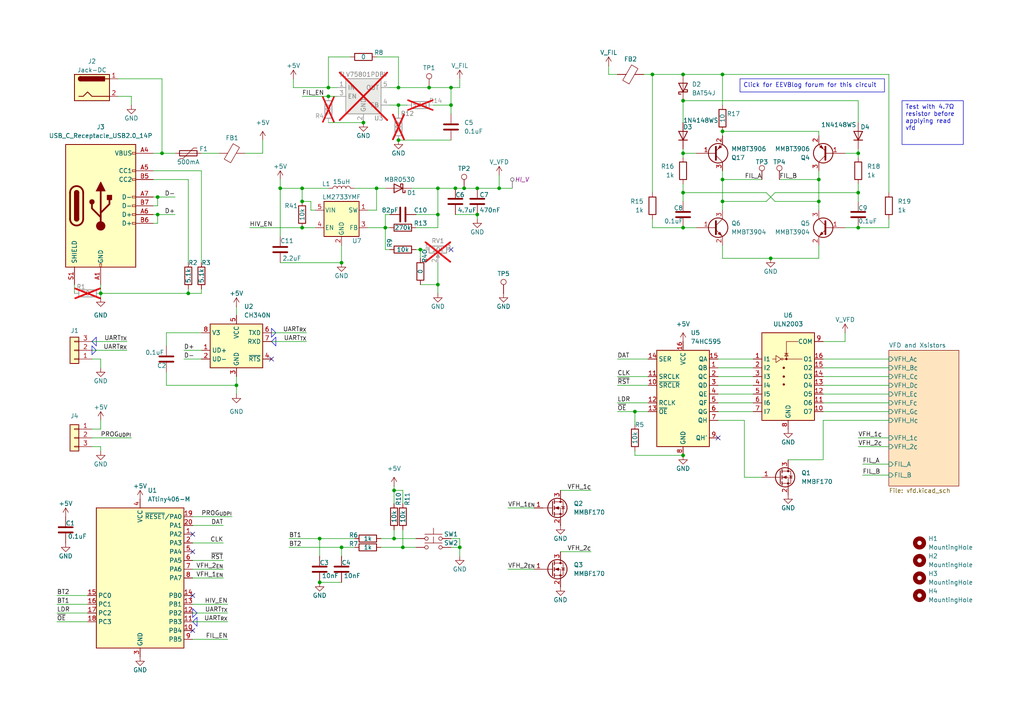
<source format=kicad_sch>
(kicad_sch (version 20231120) (generator "eeschema") (generator_version "8.0")
  (paper "A4")
  (title_block (title "IV-8 2x Driver") (date "2024-11-30") (rev "A") (comment 1 "Jamal Bouajjaj"))
  (junction (at 109.22 54.61))
  (junction (at 209.55 58.42))
  (junction (at 95.25 27.94))
  (junction (at 198.12 29.21))
  (junction (at 237.49 52.07))
  (junction (at 115.57 30.48))
  (junction (at 46.99 44.45))
  (junction (at 115.57 25.4))
  (junction (at 92.71 168.91))
  (junction (at 198.12 66.04))
  (junction (at 87.63 66.04))
  (junction (at 138.43 62.23))
  (junction (at 81.28 54.61))
  (junction (at 114.3 142.24))
  (junction (at 209.55 52.07))
  (junction (at 198.12 21.59))
  (junction (at 45.72 62.23))
  (junction (at 184.15 119.38))
  (junction (at 198.12 55.88))
  (junction (at 54.61 85.09))
  (junction (at 124.46 25.4))
  (junction (at 133.35 158.75))
  (junction (at 95.25 25.4))
  (junction (at 105.41 35.56))
  (junction (at 87.63 54.61))
  (junction (at 248.92 66.04))
  (junction (at 130.81 25.4))
  (junction (at 223.52 74.93))
  (junction (at 68.58 111.76))
  (junction (at 144.78 54.61))
  (junction (at 114.3 156.21))
  (junction (at 198.12 132.08))
  (junction (at 248.92 44.45))
  (junction (at 132.08 54.61))
  (junction (at 121.92 72.39))
  (junction (at 99.06 158.75))
  (junction (at 87.63 58.42))
  (junction (at 92.71 156.21))
  (junction (at 127 62.23))
  (junction (at 29.21 85.09))
  (junction (at 209.55 21.59))
  (junction (at 127 54.61))
  (junction (at 130.81 30.48))
  (junction (at 116.84 158.75))
  (junction (at 237.49 58.42))
  (junction (at 138.43 54.61))
  (junction (at 111.76 66.04))
  (junction (at 189.23 21.59))
  (junction (at 115.57 40.64))
  (junction (at 134.62 54.61))
  (junction (at 45.72 57.15))
  (junction (at 127 82.55))
  (junction (at 248.92 55.88))
  (junction (at 198.12 44.45))
  (junction (at 99.06 76.2))
  (junction (at 209.55 38.1))
  (no_connect (at 130.81 72.39))
  (no_connect (at 55.88 160.02))
  (no_connect (at 78.74 104.14))
  (no_connect (at 208.28 127))
  (no_connect (at 55.88 182.88))
  (no_connect (at 55.88 172.72))
  (no_connect (at 55.88 154.94))
  (wire (pts (xy 127 82.55) (xy 127 85.09)))
  (wire (pts (xy 215.9 121.92) (xy 215.9 138.43)))
  (wire (pts (xy 208.28 109.22) (xy 218.44 109.22)))
  (wire (pts (xy 95.25 25.4) (xy 97.79 25.4)))
  (wire (pts (xy 130.81 25.4) (xy 133.35 25.4)))
  (wire (pts (xy 83.82 156.21) (xy 92.71 156.21)))
  (wire (pts (xy 29.21 130.81) (xy 29.21 129.54)))
  (wire (pts (xy 29.21 85.09) (xy 54.61 85.09)))
  (wire (pts (xy 64.77 167.64) (xy 55.88 167.64)))
  (wire (pts (xy 238.76 106.68) (xy 257.81 106.68)))
  (polyline (pts (xy 26.67 99.06) (xy 27.94 100.33)))
  (wire (pts (xy 54.61 85.09) (xy 54.61 83.82)))
  (polyline (pts (xy 26.67 102.87) (xy 27.94 101.6)))
  (wire (pts (xy 237.49 58.42) (xy 224.79 58.42)))
  (wire (pts (xy 238.76 121.92) (xy 238.76 133.35)))
  (wire (pts (xy 90.17 58.42) (xy 90.17 60.96)))
  (wire (pts (xy 179.07 104.14) (xy 187.96 104.14)))
  (wire (pts (xy 130.81 158.75) (xy 133.35 158.75)))
  (wire (pts (xy 250.19 137.795) (xy 257.81 137.795)))
  (wire (pts (xy 130.81 30.48) (xy 130.81 25.4)))
  (wire (pts (xy 78.74 96.52) (xy 88.9 96.52)))
  (wire (pts (xy 209.55 52.07) (xy 209.55 58.42)))
  (polyline (pts (xy 27.94 97.79) (xy 27.94 100.33)))
  (wire (pts (xy 238.76 133.35) (xy 228.6 133.35)))
  (wire (pts (xy 238.76 116.84) (xy 257.81 116.84)))
  (wire (pts (xy 66.04 180.34) (xy 55.88 180.34)))
  (wire (pts (xy 111.76 66.04) (xy 111.76 72.39)))
  (wire (pts (xy 198.12 55.88) (xy 222.25 55.88)))
  (wire (pts (xy 189.23 66.04) (xy 198.12 66.04)))
  (wire (pts (xy 127 66.04) (xy 120.65 66.04)))
  (wire (pts (xy 144.78 54.61) (xy 148.59 54.61)))
  (wire (pts (xy 64.77 152.4) (xy 55.88 152.4)))
  (wire (pts (xy 134.62 54.61) (xy 138.43 54.61)))
  (wire (pts (xy 106.68 66.04) (xy 111.76 66.04)))
  (wire (pts (xy 114.3 153.67) (xy 114.3 156.21)))
  (wire (pts (xy 179.07 116.84) (xy 187.96 116.84)))
  (polyline (pts (xy 78.74 95.25) (xy 80.01 96.52)))
  (wire (pts (xy 87.63 54.61) (xy 87.63 58.42)))
  (wire (pts (xy 113.03 62.23) (xy 111.76 62.23)))
  (wire (pts (xy 21.59 82.55) (xy 21.59 85.09)))
  (wire (pts (xy 257.81 121.92) (xy 238.76 121.92)))
  (wire (pts (xy 147.32 165.1) (xy 154.94 165.1)))
  (polyline (pts (xy 80.01 97.79) (xy 80.01 100.33)))
  (wire (pts (xy 113.03 25.4) (xy 115.57 25.4)))
  (wire (pts (xy 250.19 134.62) (xy 257.81 134.62)))
  (wire (pts (xy 119.38 54.61) (xy 127 54.61)))
  (wire (pts (xy 198.12 66.04) (xy 201.93 66.04)))
  (wire (pts (xy 29.21 106.68) (xy 29.21 104.14)))
  (wire (pts (xy 83.82 158.75) (xy 99.06 158.75)))
  (wire (pts (xy 189.23 21.59) (xy 198.12 21.59)))
  (wire (pts (xy 245.11 44.45) (xy 248.92 44.45)))
  (wire (pts (xy 64.77 165.1) (xy 55.88 165.1)))
  (wire (pts (xy 44.45 59.69) (xy 45.72 59.69)))
  (wire (pts (xy 237.49 74.93) (xy 237.49 71.12)))
  (wire (pts (xy 58.42 85.09) (xy 58.42 83.82)))
  (wire (pts (xy 209.55 21.59) (xy 257.81 21.59)))
  (polyline (pts (xy 55.88 176.53) (xy 55.88 179.07)))
  (wire (pts (xy 16.51 172.72) (xy 25.4 172.72)))
  (wire (pts (xy 238.76 104.14) (xy 257.81 104.14)))
  (wire (pts (xy 81.28 76.2) (xy 99.06 76.2)))
  (wire (pts (xy 224.79 55.88) (xy 248.92 55.88)))
  (wire (pts (xy 45.72 64.77) (xy 45.72 62.23)))
  (wire (pts (xy 99.06 158.75) (xy 99.06 161.29)))
  (wire (pts (xy 16.51 180.34) (xy 25.4 180.34)))
  (wire (pts (xy 201.93 44.45) (xy 198.12 44.45)))
  (wire (pts (xy 133.35 156.21) (xy 130.81 156.21)))
  (wire (pts (xy 133.35 158.75) (xy 133.35 156.21)))
  (wire (pts (xy 110.49 158.75) (xy 116.84 158.75)))
  (polyline (pts (xy 57.15 177.8) (xy 55.88 176.53)))
  (wire (pts (xy 99.06 158.75) (xy 102.87 158.75)))
  (wire (pts (xy 125.73 30.48) (xy 130.81 30.48)))
  (wire (pts (xy 237.49 52.07) (xy 237.49 58.42)))
  (wire (pts (xy 92.71 168.91) (xy 99.06 168.91)))
  (wire (pts (xy 208.28 116.84) (xy 218.44 116.84)))
  (wire (pts (xy 109.22 16.51) (xy 115.57 16.51)))
  (wire (pts (xy 53.34 101.6) (xy 58.42 101.6)))
  (wire (pts (xy 248.92 44.45) (xy 248.92 45.72)))
  (wire (pts (xy 238.76 111.76) (xy 257.81 111.76)))
  (wire (pts (xy 29.21 129.54) (xy 26.67 129.54)))
  (wire (pts (xy 176.53 19.05) (xy 176.53 21.59)))
  (wire (pts (xy 92.71 156.21) (xy 92.71 161.29)))
  (wire (pts (xy 127 62.23) (xy 127 66.04)))
  (wire (pts (xy 25.4 177.8) (xy 16.51 177.8)))
  (polyline (pts (xy 57.15 179.07) (xy 55.88 180.34)))
  (wire (pts (xy 101.6 16.51) (xy 95.25 16.51)))
  (wire (pts (xy 186.69 21.59) (xy 189.23 21.59)))
  (wire (pts (xy 116.84 158.75) (xy 120.65 158.75)))
  (wire (pts (xy 45.72 57.15) (xy 50.8 57.15)))
  (wire (pts (xy 127 54.61) (xy 132.08 54.61)))
  (wire (pts (xy 223.52 74.93) (xy 209.55 74.93)))
  (wire (pts (xy 90.17 60.96) (xy 91.44 60.96)))
  (wire (pts (xy 198.12 29.21) (xy 248.92 29.21)))
  (wire (pts (xy 58.42 44.45) (xy 63.5 44.45)))
  (wire (pts (xy 121.92 72.39) (xy 123.19 72.39)))
  (wire (pts (xy 95.25 27.94) (xy 97.79 27.94)))
  (wire (pts (xy 209.55 58.42) (xy 209.55 60.96)))
  (wire (pts (xy 171.45 160.02) (xy 162.56 160.02)))
  (polyline (pts (xy 57.15 179.07) (xy 57.15 181.61)))
  (wire (pts (xy 68.58 109.22) (xy 68.58 111.76)))
  (wire (pts (xy 111.76 62.23) (xy 111.76 66.04)))
  (wire (pts (xy 237.49 39.37) (xy 237.49 38.1)))
  (wire (pts (xy 115.57 40.64) (xy 130.81 40.64)))
  (wire (pts (xy 111.76 54.61) (xy 109.22 54.61)))
  (wire (pts (xy 54.61 52.07) (xy 54.61 76.2)))
  (wire (pts (xy 198.12 43.18) (xy 198.12 44.45)))
  (wire (pts (xy 26.67 127) (xy 38.1 127)))
  (wire (pts (xy 113.03 72.39) (xy 111.76 72.39)))
  (wire (pts (xy 48.26 111.76) (xy 48.26 107.95)))
  (wire (pts (xy 132.08 62.23) (xy 138.43 62.23)))
  (wire (pts (xy 58.42 49.53) (xy 58.42 76.2)))
  (wire (pts (xy 99.06 71.12) (xy 99.06 76.2)))
  (wire (pts (xy 29.21 104.14) (xy 26.67 104.14)))
  (polyline (pts (xy 78.74 99.06) (xy 80.01 97.79)))
  (wire (pts (xy 248.92 127) (xy 257.81 127)))
  (wire (pts (xy 176.53 21.59) (xy 179.07 21.59)))
  (wire (pts (xy 223.52 74.93) (xy 237.49 74.93)))
  (wire (pts (xy 209.55 52.07) (xy 220.98 52.07)))
  (wire (pts (xy 44.45 62.23) (xy 45.72 62.23)))
  (wire (pts (xy 138.43 54.61) (xy 144.78 54.61)))
  (wire (pts (xy 116.84 153.67) (xy 116.84 158.75)))
  (wire (pts (xy 179.07 109.22) (xy 187.96 109.22)))
  (wire (pts (xy 114.3 142.24) (xy 114.3 146.05)))
  (wire (pts (xy 257.81 66.04) (xy 248.92 66.04)))
  (wire (pts (xy 92.71 156.21) (xy 102.87 156.21)))
  (wire (pts (xy 238.76 119.38) (xy 257.81 119.38)))
  (wire (pts (xy 78.74 99.06) (xy 88.9 99.06)))
  (wire (pts (xy 245.11 96.52) (xy 245.11 99.06)))
  (wire (pts (xy 95.25 35.56) (xy 105.41 35.56)))
  (wire (pts (xy 114.3 142.24) (xy 116.84 142.24)))
  (wire (pts (xy 87.63 54.61) (xy 95.25 54.61)))
  (wire (pts (xy 121.92 82.55) (xy 127 82.55)))
  (polyline (pts (xy 26.67 100.33) (xy 26.67 102.87)))
  (wire (pts (xy 48.26 96.52) (xy 58.42 96.52)))
  (wire (pts (xy 81.28 54.61) (xy 81.28 68.58)))
  (wire (pts (xy 46.99 44.45) (xy 50.8 44.45)))
  (wire (pts (xy 109.22 60.96) (xy 109.22 54.61)))
  (wire (pts (xy 209.55 58.42) (xy 222.25 58.42)))
  (wire (pts (xy 26.67 101.6) (xy 36.83 101.6)))
  (wire (pts (xy 38.1 30.48) (xy 38.1 27.94)))
  (wire (pts (xy 184.15 119.38) (xy 187.96 119.38)))
  (wire (pts (xy 53.34 104.14) (xy 58.42 104.14)))
  (wire (pts (xy 45.72 62.23) (xy 50.8 62.23)))
  (wire (pts (xy 198.12 29.21) (xy 198.12 35.56)))
  (wire (pts (xy 127 76.2) (xy 127 82.55)))
  (wire (pts (xy 184.15 130.81) (xy 184.15 132.08)))
  (wire (pts (xy 66.04 177.8) (xy 55.88 177.8)))
  (wire (pts (xy 44.45 57.15) (xy 45.72 57.15)))
  (wire (pts (xy 147.32 147.32) (xy 154.94 147.32)))
  (wire (pts (xy 115.57 16.51) (xy 115.57 25.4)))
  (wire (pts (xy 237.49 58.42) (xy 237.49 60.96)))
  (wire (pts (xy 26.67 99.06) (xy 36.83 99.06)))
  (wire (pts (xy 114.3 140.97) (xy 114.3 142.24)))
  (wire (pts (xy 208.28 106.68) (xy 218.44 106.68)))
  (wire (pts (xy 68.58 111.76) (xy 48.26 111.76)))
  (wire (pts (xy 87.63 27.94) (xy 95.25 27.94)))
  (wire (pts (xy 130.81 30.48) (xy 130.81 33.02)))
  (wire (pts (xy 68.58 88.9) (xy 68.58 91.44)))
  (wire (pts (xy 64.77 162.56) (xy 55.88 162.56)))
  (wire (pts (xy 224.79 58.42) (xy 222.25 55.88)))
  (wire (pts (xy 209.55 74.93) (xy 209.55 71.12)))
  (wire (pts (xy 208.28 121.92) (xy 215.9 121.92)))
  (wire (pts (xy 144.78 50.8) (xy 144.78 54.61)))
  (wire (pts (xy 68.58 114.3) (xy 68.58 111.76)))
  (polyline (pts (xy 78.74 95.25) (xy 78.74 97.79)))
  (wire (pts (xy 116.84 142.24) (xy 116.84 146.05)))
  (wire (pts (xy 29.21 85.09) (xy 29.21 86.36)))
  (wire (pts (xy 208.28 114.3) (xy 218.44 114.3)))
  (wire (pts (xy 45.72 57.15) (xy 45.72 59.69)))
  (wire (pts (xy 198.12 55.88) (xy 198.12 58.42)))
  (wire (pts (xy 115.57 25.4) (xy 124.46 25.4)))
  (wire (pts (xy 95.25 16.51) (xy 95.25 25.4)))
  (wire (pts (xy 48.26 100.33) (xy 48.26 96.52)))
  (wire (pts (xy 237.49 52.07) (xy 226.06 52.07)))
  (wire (pts (xy 34.29 22.86) (xy 46.99 22.86)))
  (wire (pts (xy 29.21 121.92) (xy 29.21 124.46)))
  (wire (pts (xy 179.07 119.38) (xy 184.15 119.38)))
  (wire (pts (xy 248.92 43.18) (xy 248.92 44.45)))
  (wire (pts (xy 133.35 22.86) (xy 133.35 25.4)))
  (wire (pts (xy 209.55 49.53) (xy 209.55 52.07)))
  (wire (pts (xy 209.55 21.59) (xy 209.55 30.48)))
  (wire (pts (xy 102.87 54.61) (xy 109.22 54.61)))
  (wire (pts (xy 120.65 62.23) (xy 127 62.23)))
  (wire (pts (xy 120.65 72.39) (xy 121.92 72.39)))
  (wire (pts (xy 238.76 114.3) (xy 257.81 114.3)))
  (wire (pts (xy 248.92 66.04) (xy 245.11 66.04)))
  (wire (pts (xy 198.12 44.45) (xy 198.12 45.72)))
  (polyline (pts (xy 26.67 99.06) (xy 27.94 97.79)))
  (wire (pts (xy 46.99 22.86) (xy 46.99 44.45)))
  (wire (pts (xy 85.09 22.86) (xy 85.09 25.4)))
  (wire (pts (xy 138.43 62.23) (xy 138.43 63.5)))
  (wire (pts (xy 238.76 109.22) (xy 257.81 109.22)))
  (wire (pts (xy 248.92 55.88) (xy 248.92 58.42)))
  (wire (pts (xy 215.9 138.43) (xy 220.98 138.43)))
  (wire (pts (xy 44.45 64.77) (xy 45.72 64.77)))
  (wire (pts (xy 114.3 156.21) (xy 120.65 156.21)))
  (wire (pts (xy 124.46 25.4) (xy 130.81 25.4)))
  (wire (pts (xy 76.2 40.64) (xy 76.2 44.45)))
  (wire (pts (xy 110.49 156.21) (xy 114.3 156.21)))
  (wire (pts (xy 87.63 66.04) (xy 91.44 66.04)))
  (wire (pts (xy 248.92 53.34) (xy 248.92 55.88)))
  (wire (pts (xy 257.81 21.59) (xy 257.81 55.88)))
  (wire (pts (xy 115.57 30.48) (xy 118.11 30.48)))
  (wire (pts (xy 29.21 124.46) (xy 26.67 124.46)))
  (wire (pts (xy 198.12 53.34) (xy 198.12 55.88)))
  (wire (pts (xy 132.08 54.61) (xy 134.62 54.61)))
  (wire (pts (xy 189.23 63.5) (xy 189.23 66.04)))
  (wire (pts (xy 66.04 175.26) (xy 55.88 175.26)))
  (wire (pts (xy 133.35 161.29) (xy 133.35 158.75)))
  (wire (pts (xy 54.61 85.09) (xy 58.42 85.09)))
  (wire (pts (xy 16.51 175.26) (xy 25.4 175.26)))
  (wire (pts (xy 38.1 27.94) (xy 34.29 27.94)))
  (wire (pts (xy 54.61 52.07) (xy 44.45 52.07)))
  (wire (pts (xy 237.49 49.53) (xy 237.49 52.07)))
  (wire (pts (xy 29.21 82.55) (xy 29.21 85.09)))
  (wire (pts (xy 222.25 58.42) (xy 224.79 55.88)))
  (polyline (pts (xy 78.74 97.79) (xy 80.01 96.52)))
  (polyline (pts (xy 57.15 177.8) (xy 55.88 179.07)))
  (wire (pts (xy 64.77 157.48) (xy 55.88 157.48)))
  (wire (pts (xy 189.23 21.59) (xy 189.23 55.88)))
  (wire (pts (xy 72.39 66.04) (xy 87.63 66.04)))
  (wire (pts (xy 184.15 132.08) (xy 198.12 132.08)))
  (wire (pts (xy 87.63 58.42) (xy 90.17 58.42)))
  (wire (pts (xy 179.07 111.76) (xy 187.96 111.76)))
  (wire (pts (xy 245.11 99.06) (xy 238.76 99.06)))
  (wire (pts (xy 127 54.61) (xy 127 62.23)))
  (wire (pts (xy 113.03 30.48) (xy 115.57 30.48)))
  (wire (pts (xy 257.81 63.5) (xy 257.81 66.04)))
  (wire (pts (xy 208.28 111.76) (xy 218.44 111.76)))
  (wire (pts (xy 81.28 52.07) (xy 81.28 54.61)))
  (wire (pts (xy 184.15 123.19) (xy 184.15 119.38)))
  (polyline (pts (xy 78.74 99.06) (xy 80.01 100.33)))
  (wire (pts (xy 209.55 38.1) (xy 237.49 38.1)))
  (wire (pts (xy 81.28 54.61) (xy 87.63 54.61)))
  (wire (pts (xy 44.45 49.53) (xy 58.42 49.53)))
  (polyline (pts (xy 26.67 100.33) (xy 27.94 101.6)))
  (wire (pts (xy 208.28 119.38) (xy 218.44 119.38)))
  (wire (pts (xy 44.45 44.45) (xy 46.99 44.45)))
  (wire (pts (xy 85.09 25.4) (xy 95.25 25.4)))
  (wire (pts (xy 106.68 60.96) (xy 109.22 60.96)))
  (wire (pts (xy 209.55 38.1) (xy 209.55 39.37)))
  (wire (pts (xy 111.76 66.04) (xy 113.03 66.04)))
  (wire (pts (xy 198.12 21.59) (xy 209.55 21.59)))
  (polyline (pts (xy 57.15 181.61) (xy 55.88 180.34)))
  (wire (pts (xy 115.57 33.02) (xy 115.57 30.48)))
  (wire (pts (xy 121.92 72.39) (xy 121.92 74.93)))
  (wire (pts (xy 248.92 129.54) (xy 257.81 129.54)))
  (wire (pts (xy 55.88 149.86) (xy 67.31 149.86)))
  (wire (pts (xy 208.28 104.14) (xy 218.44 104.14)))
  (wire (pts (xy 171.45 142.24) (xy 162.56 142.24)))
  (wire (pts (xy 76.2 44.45) (xy 71.12 44.45)))
  (wire (pts (xy 55.88 185.42) (xy 66.04 185.42)))
  (wire (pts (xy 248.92 29.21) (xy 248.92 35.56)))
  (text_box "Click for EEVBlog forum for this circuit" (at 214.63 22.86 0) (size 41.91 3.81) (effects (font (size 1.27 1.27)) (justify left top)))
  (text_box "Test with 4.7Ω resistor before applying read vfd" (at 261.62 29.21 0) (size 17.78 12.7) (effects (font (size 1.27 1.27)) (justify left top)))
  (label "PROG_{UDPI}" (at 67.31 149.86 180))
  (label "VFH_2_{C}" (at 248.92 129.54 0))
  (label "HIV_EN" (at 72.39 66.04 0))
  (label "BT2" (at 83.82 158.75 0))
  (label "UART_{RX}" (at 88.9 96.52 180))
  (label "FIL_B" (at 250.19 137.795 0))
  (label "LDR" (at 16.51 177.8 0))
  (label "VFH_1_{C}" (at 171.45 142.24 180))
  (label "DAT" (at 64.77 152.4 180))
  (label "~{OE}" (at 179.07 119.38 0))
  (label "UART_{RX}" (at 36.83 101.6 180))
  (label "VFH_2_{EN}" (at 64.77 165.1 180))
  (label "HIV_EN" (at 66.04 175.26 180))
  (label "CLK" (at 179.07 109.22 0))
  (label "D-" (at 53.34 104.14 0))
  (label "D+" (at 50.8 62.23 180))
  (label "CLK" (at 64.77 157.48 180))
  (label "LDR" (at 179.07 116.84 0))
  (label "VFH_1_{EN}" (at 64.77 167.64 180))
  (label "FIL_A" (at 250.19 134.62 0))
  (label "~{RST}" (at 179.07 111.76 0))
  (label "D+" (at 53.34 101.6 0))
  (label "UART_{TX}" (at 88.9 99.06 180))
  (label "FIL_A" (at 220.98 52.07 180))
  (label "FIL_EN" (at 87.63 27.94 0))
  (label "VFH_2_{C}" (at 171.45 160.02 180))
  (label "~{RST}" (at 64.77 162.56 180))
  (label "VFH_2_{EN}" (at 147.32 165.1 0))
  (label "BT2" (at 16.51 172.72 0))
  (label "PROG_{UDPI}" (at 38.1 127 180))
  (label "DAT" (at 179.07 104.14 0))
  (label "FIL_B" (at 226.06 52.07 0))
  (label "BT1" (at 16.51 175.26 0))
  (label "~{OE}" (at 16.51 180.34 0))
  (label "FIL_EN" (at 66.04 185.42 180))
  (label "UART_{RX}" (at 66.04 180.34 180))
  (label "BT1" (at 83.82 156.21 0))
  (label "VFH_1_{EN}" (at 147.32 147.32 0))
  (label "UART_{TX}" (at 36.83 99.06 180))
  (label "VFH_1_{C}" (at 248.92 127 0))
  (label "UART_{TX}" (at 66.04 177.8 180))
  (label "D-" (at 50.8 57.15 180))
  (netclass_flag "" (length 2.54) (shape round) (at 148.59 54.61 0) (property "Netclass" "HI_V" (at 149.2885 52.07 0) (effects (font (italic yes)) (justify left))))
  (symbol (lib_id "Device:R") (at 54.61 80.01 0) (unit 1)
    (property "Reference" "R2" (at 54.61 76.2 0) (effects (justify left)))
    (property "Value" "5.1k" (at 54.61 80.01 90))
    (property "Footprint" "Resistor_SMD:R_0805_2012Metric" (effects (hide yes)))
    (property "Description" "Resistor" (effects (hide yes)))
  )
  (symbol (lib_id "power:GND") (at 198.12 132.08 0) (unit 1)
    (property "Reference" "#PWR017" (effects (hide yes)))
    (property "Value" "GND" (at 198.12 135.89 0))
    (property "Description" "Power symbol creates a global label with name \"GND\" , ground" (effects (hide yes)))
  )
  (symbol (lib_id "Connector_Generic:Conn_01x03") (at 21.59 101.6 180) (unit 1)
    (property "Reference" "J1" (at 22.86 95.885 0) (effects (justify left)))
    (property "Value" "Conn_01x03" (effects (hide yes)))
    (property "Footprint" "Connector_PinSocket_2.54mm:PinSocket_1x03_P2.54mm_Vertical" (effects (hide yes)))
    (property "Description" "Generic connector, single row, 01x03, script generated (kicad-library-utils/schlib/autogen/connector/)" (effects (hide yes)))
  )
  (symbol (lib_id "Device:C") (at 48.26 104.14 180) (unit 1)
    (property "Reference" "C2" (at 48.26 106.045 0) (effects (justify left)))
    (property "Value" "0.1uF" (at 47.625 102.235 0) (effects (justify left)))
    (property "Footprint" "Capacitor_SMD:C_0805_2012Metric" (effects (hide yes)))
    (property "Description" "Unpolarized capacitor" (effects (hide yes)))
  )
  (symbol (lib_id "power:GND") (at 40.64 190.5 0) (unit 1)
    (property "Reference" "#PWR07" (effects (hide yes)))
    (property "Value" "GND" (at 40.64 194.31 0))
    (property "Description" "Power symbol creates a global label with name \"GND\" , ground" (effects (hide yes)))
  )
  (symbol (lib_id "Device:R") (at 58.42 80.01 0) (unit 1)
    (property "Reference" "R3" (at 58.42 76.2 0) (effects (justify left)))
    (property "Value" "5.1k" (at 58.42 80.01 90))
    (property "Footprint" "Resistor_SMD:R_0805_2012Metric" (effects (hide yes)))
    (property "Description" "Resistor" (effects (hide yes)))
  )
  (symbol (lib_id "Device:R") (at 114.3 149.86 0) (unit 1)
    (property "Reference" "R10" (at 115.57 146.685 90) (effects (justify left)))
    (property "Value" "10k" (at 114.3 149.86 90))
    (property "Footprint" "Resistor_SMD:R_0805_2012Metric" (effects (hide yes)))
  )
  (symbol (lib_id "Device:FerriteBead") (at 67.31 44.45 90) (unit 1)
    (property "Reference" "FB1" (at 67.31 40.005 90))
    (property "Value" "FerriteBead" (effects (hide yes)))
    (property "Footprint" "Inductor_SMD:L_0805_2012Metric" (effects (hide yes)))
    (property "Description" "Ferrite bead" (effects (hide yes)))
  )
  (symbol (lib_id "Device:R") (at 189.23 59.69 0) (mirror y) (unit 1)
    (property "Reference" "R15" (at 186.69 58.4199 0) (effects (justify left)))
    (property "Value" "1k" (at 186.69 60.9599 0) (effects (justify left)))
    (property "Footprint" "Resistor_SMD:R_0805_2012Metric" (effects (hide yes)))
    (property "Description" "Resistor" (effects (hide yes)))
  )
  (symbol (lib_id "power:GND") (at 92.71 168.91 0) (unit 1)
    (property "Reference" "#PWR013" (effects (hide yes)))
    (property "Value" "GND" (at 92.71 172.72 0))
  )
  (symbol (lib_id "Connector:TestPoint") (at 146.05 85.09 0) (unit 1)
    (property "Reference" "TP5" (at 146.05 79.375 0))
    (property "Value" "TestPoint" (effects (hide yes)))
    (property "Footprint" "TestPoint:TestPoint_Keystone_5005-5009_Compact" (effects (hide yes)))
    (property "Description" "test point" (effects (hide yes)))
  )
  (symbol (lib_id "Device:R") (at 87.63 62.23 180) (unit 1)
    (property "Reference" "R41" (at 84.455 59.69 0))
    (property "Value" "10k" (at 87.63 62.23 90))
    (property "Footprint" "Resistor_SMD:R_0805_2012Metric" (effects (hide yes)))
    (property "Description" "Resistor" (effects (hide yes)))
  )
  (symbol (lib_id "Connector:TestPoint") (at 226.06 52.07 0) (unit 1)
    (property "Reference" "TP4" (at 226.06 46.99 0))
    (property "Value" "TestPoint" (effects (hide yes)))
    (property "Footprint" "TestPoint:TestPoint_Keystone_5005-5009_Compact" (effects (hide yes)))
    (property "Description" "test point" (effects (hide yes)))
  )
  (symbol (lib_id "Switch:SW_Push") (at 125.73 158.75 0) (unit 1)
    (property "Reference" "SW2" (at 130.81 157.48 0))
    (property "Value" "SW_Push" (effects (hide yes)))
    (property "Footprint" "Button_Switch_THT:SW_PUSH_6mm" (effects (hide yes)))
  )
  (symbol (lib_id "Device:R") (at 115.57 36.83 180) (unit 1) (dnp yes)
    (property "Reference" "R12" (at 116.205 33.655 0) (effects (justify right top)))
    (property "Value" "10k" (at 115.57 36.83 90))
    (property "Footprint" "Resistor_SMD:R_0805_2012Metric" (effects (hide yes)))
    (property "Description" "Resistor" (effects (hide yes)))
  )
  (symbol (lib_id "MCU_Microchip_ATtiny:ATtiny406-M") (at 40.64 167.64 0) (unit 1)
    (property "Reference" "U1" (at 42.8341 142.24 0) (effects (justify left)))
    (property "Value" "ATtiny406-M" (at 42.8341 144.78 0) (effects (justify left)))
    (property "Footprint" "Package_DFN_QFN:VQFN-20-1EP_3x3mm_P0.4mm_EP1.7x1.7mm" (effects (hide yes)))
    (property "Datasheet" "http://ww1.microchip.com/downloads/en/DeviceDoc/Microchip%208bit%20mcu%20AVR%20ATtiny406%20data%20sheet%2040001976A.pdf" (effects (hide yes)))
    (property "Description" "20MHz, 4kB Flash, 256B SRAM, 128B EEPROM, VQFN-20" (effects (hide yes)))
  )
  (symbol (lib_id "Connector:TestPoint") (at 124.46 25.4 0) (unit 1)
    (property "Reference" "TP1" (at 124.46 19.685 0))
    (property "Value" "TestPoint" (effects (hide yes)))
    (property "Footprint" "TestPoint:TestPoint_Keystone_5005-5009_Compact" (effects (hide yes)))
    (property "Description" "test point" (effects (hide yes)))
  )
  (symbol (lib_id "power:GND") (at 223.52 74.93 0) (unit 1)
    (property "Reference" "#PWR031" (effects (hide yes)))
    (property "Value" "GND" (at 223.52 78.74 0))
    (property "Description" "Power symbol creates a global label with name \"GND\" , ground" (effects (hide yes)))
  )
  (symbol (lib_id "power:+5V") (at 85.09 22.86 0) (unit 1)
    (property "Reference" "#PWR011" (effects (hide yes)))
    (property "Value" "+5V" (at 85.09 19.05 0))
    (property "Description" "Power symbol creates a global label with name \"+5V\"" (effects (hide yes)))
  )
  (symbol (lib_id "Device:C") (at 81.28 72.39 0) (unit 1)
    (property "Reference" "C11" (at 81.28 69.85 0) (effects (justify left)))
    (property "Value" "2.2uF" (at 81.915 74.93 0) (effects (justify left)))
    (property "Footprint" "Capacitor_SMD:C_0805_2012Metric" (effects (hide yes)))
    (property "Description" "Unpolarized capacitor" (effects (hide yes)))
  )
  (symbol (lib_id "Device:FerriteBead") (at 182.88 21.59 90) (unit 1)
    (property "Reference" "FB2" (at 182.88 17.145 90))
    (property "Value" "FerriteBead" (effects (hide yes)))
    (property "Footprint" "Inductor_SMD:L_0805_2012Metric" (effects (hide yes)))
    (property "Description" "Ferrite bead" (effects (hide yes)))
  )
  (symbol (lib_id "Diode:1N4148WS") (at 248.92 39.37 90) (unit 1)
    (property "Reference" "D4" (at 249.555 36.83 90) (effects (justify right)))
    (property "Value" "1N4148WS" (at 238.125 36.195 90) (effects (justify right)))
    (property "Footprint" "Diode_SMD:D_SOD-323" (effects (hide yes)))
    (property "Datasheet" "https://www.vishay.com/docs/85751/1n4148ws.pdf" (effects (hide yes)))
    (property "Description" "75V 0.15A Fast switching Diode, SOD-323" (effects (hide yes)))
    (property "Sim.Device" "D" (effects (hide yes)))
    (property "Sim.Pins" "1=K 2=A" (effects (hide yes)))
  )
  (symbol (lib_id "power:+5V") (at 81.28 52.07 0) (unit 1)
    (property "Reference" "#PWR012" (effects (hide yes)))
    (property "Value" "+5V" (at 81.28 48.26 0))
    (property "Description" "Power symbol creates a global label with name \"+5V\"" (effects (hide yes)))
  )
  (symbol (lib_id "74xx:74HC595") (at 198.12 114.3 0) (unit 1)
    (property "Reference" "U5" (at 200.3141 96.52 0) (effects (justify left)))
    (property "Value" "74HC595" (at 200.3141 99.06 0) (effects (justify left)))
    (property "Footprint" "Package_SO:SOIC-16_3.9x9.9mm_P1.27mm" (effects (hide yes)))
    (property "Datasheet" "http://www.ti.com/lit/ds/symlink/sn74hc595.pdf" (effects (hide yes)))
    (property "Description" "8-bit serial in/out Shift Register 3-State Outputs" (effects (hide yes)))
  )
  (symbol (lib_id "power:+5V") (at 68.58 88.9 0) (unit 1)
    (property "Reference" "#PWR08" (effects (hide yes)))
    (property "Value" "+5V" (at 68.58 85.09 0))
    (property "Description" "Power symbol creates a global label with name \"+5V\"" (effects (hide yes)))
  )
  (symbol (lib_id "power:+5V") (at 76.2 40.64 0) (unit 1)
    (property "Reference" "#PWR010" (effects (hide yes)))
    (property "Value" "+5V" (at 76.2 35.56 0))
    (property "Description" "Power symbol creates a global label with name \"+5V\"" (effects (hide yes)))
  )
  (symbol (lib_id "Device:R") (at 116.84 66.04 90) (unit 1)
    (property "Reference" "R13" (at 120.015 64.77 90) (effects (justify right)))
    (property "Value" "270k" (at 116.84 66.04 90))
    (property "Footprint" "Resistor_SMD:R_0805_2012Metric" (effects (hide yes)))
    (property "Description" "Resistor" (effects (hide yes)))
  )
  (symbol (lib_id "power:GND") (at 162.56 152.4 0) (unit 1)
    (property "Reference" "#PWR028" (effects (hide yes)))
    (property "Value" "GND" (at 162.56 156.21 0))
    (property "Description" "Power symbol creates a global label with name \"GND\" , ground" (effects (hide yes)))
  )
  (symbol (lib_id "power:VPP") (at 176.53 19.05 0) (unit 1)
    (property "Reference" "#PWR030" (effects (hide yes)))
    (property "Value" "V_FIL" (at 176.53 15.24 0))
    (property "Description" "Power symbol creates a global label with name \"VPP\"" (effects (hide yes)))
  )
  (symbol (lib_id "power:GND") (at 133.35 161.29 0) (unit 1)
    (property "Reference" "#PWR021" (effects (hide yes)))
    (property "Value" "GND" (at 133.35 165.1 0))
  )
  (symbol (lib_id "Diode:MBR0530") (at 115.57 54.61 180) (unit 1)
    (property "Reference" "D1" (at 119.38 55.88 0))
    (property "Value" "MBR0530" (at 115.8875 52.07 0))
    (property "Footprint" "Diode_SMD:D_SOD-123" (effects (hide yes)))
    (property "Datasheet" "http://www.mccsemi.com/up_pdf/MBR0520~MBR0580(SOD123).pdf" (effects (hide yes)))
    (property "Description" "30V 0.5A Schottky Power Rectifier Diode, SOD-123" (effects (hide yes)))
  )
  (symbol (lib_id "Connector:TestPoint") (at 220.98 52.07 0) (unit 1)
    (property "Reference" "TP3" (at 220.98 46.99 0))
    (property "Value" "TestPoint" (effects (hide yes)))
    (property "Footprint" "TestPoint:TestPoint_Keystone_5005-5009_Compact" (effects (hide yes)))
    (property "Description" "test point" (effects (hide yes)))
  )
  (symbol (lib_id "Device:R") (at 95.25 31.75 180) (unit 1) (dnp yes)
    (property "Reference" "R4" (at 92.71 33.655 0))
    (property "Value" "10k" (at 95.25 31.75 90))
    (property "Footprint" "Resistor_SMD:R_0805_2012Metric" (effects (hide yes)))
    (property "Description" "Resistor" (effects (hide yes)))
  )
  (symbol (lib_id "Device:R") (at 105.41 16.51 90) (unit 1)
    (property "Reference" "R8" (at 109.855 15.24 90))
    (property "Value" "0" (at 105.41 16.51 90))
    (property "Footprint" "Resistor_SMD:R_0805_2012Metric" (effects (hide yes)))
    (property "Description" "Resistor" (effects (hide yes)))
  )
  (symbol (lib_id "Device:R") (at 106.68 158.75 90) (unit 1)
    (property "Reference" "R7" (at 103.886 157.734 90) (effects (justify left)))
    (property "Value" "1k" (at 106.68 158.75 90))
    (property "Footprint" "Resistor_SMD:R_0805_2012Metric" (effects (hide yes)))
    (property "Description" "Resistor" (effects (hide yes)))
  )
  (symbol (lib_id "Diode:BAT54J") (at 198.12 25.4 90) (unit 1)
    (property "Reference" "D2" (at 200.66 24.4474 90) (effects (justify right)))
    (property "Value" "BAT54J" (at 200.66 26.9874 90) (effects (justify right)))
    (property "Footprint" "Diode_SMD:D_SOD-323F" (effects (hide yes)))
    (property "Datasheet" "https://assets.nexperia.com/documents/data-sheet/BAT54J.pdf" (effects (hide yes)))
    (property "Description" "30V 200mA Schottky diode, SOD-323F" (effects (hide yes)))
  )
  (symbol (lib_id "Connector:Jack-DC") (at 26.67 25.4 0) (unit 1)
    (property "Reference" "J2" (at 26.67 17.78 0))
    (property "Value" "Jack-DC" (at 26.67 20.32 0))
    (property "Footprint" "Connector_BarrelJack:BarrelJack_Horizontal" (effects (hide yes)))
    (property "Description" "DC Barrel Jack" (effects (hide yes)))
  )
  (symbol (lib_id "power:GND") (at 68.58 114.3 0) (unit 1)
    (property "Reference" "#PWR09" (effects (hide yes)))
    (property "Value" "GND" (at 68.58 119.38 0))
    (property "Description" "Power symbol creates a global label with name \"GND\" , ground" (effects (hide yes)))
  )
  (symbol (lib_id "Transistor_BJT:MMBT3906") (at 240.03 44.45 180) (unit 1)
    (property "Reference" "Q4" (at 234.95 45.7201 0) (effects (justify left)))
    (property "Value" "MMBT3906" (at 234.95 43.1801 0) (effects (justify left)))
    (property "Footprint" "Package_TO_SOT_SMD:SOT-23" (effects (hide yes)))
    (property "Datasheet" "https://www.onsemi.com/pdf/datasheet/pzt3906-d.pdf" (effects (hide yes)))
    (property "Description" "-0.2A Ic, -40V Vce, Small Signal PNP Transistor, SOT-23" (effects (hide yes)))
  )
  (symbol (lib_id "Device:R") (at 257.81 59.69 0) (unit 1)
    (property "Reference" "R19" (at 260.35 58.4199 0) (effects (justify left)))
    (property "Value" "1k" (at 260.35 60.9599 0) (effects (justify left)))
    (property "Footprint" "Resistor_SMD:R_0805_2012Metric" (effects (hide yes)))
    (property "Description" "Resistor" (effects (hide yes)))
  )
  (symbol (lib_id "Diode:1N4148WS") (at 198.12 39.37 90) (unit 1)
    (property "Reference" "D3" (at 198.12 36.83 90) (effects (justify right)))
    (property "Value" "1N4148WS" (at 198.12 34.925 90) (effects (justify right)))
    (property "Footprint" "Diode_SMD:D_SOD-323" (effects (hide yes)))
    (property "Datasheet" "https://www.vishay.com/docs/85751/1n4148ws.pdf" (effects (hide yes)))
    (property "Description" "75V 0.15A Fast switching Diode, SOD-323" (effects (hide yes)))
    (property "Sim.Device" "D" (effects (hide yes)))
    (property "Sim.Pins" "1=K 2=A" (effects (hide yes)))
  )
  (symbol (lib_id "Device:C") (at 19.05 153.67 0) (unit 1)
    (property "Reference" "C1" (at 19.05 151.765 0) (effects (justify left)))
    (property "Value" "0.1uF" (at 19.685 155.575 0) (effects (justify left)))
    (property "Footprint" "Capacitor_SMD:C_0805_2012Metric" (effects (hide yes)))
    (property "Description" "Unpolarized capacitor" (effects (hide yes)))
  )
  (symbol (lib_id "power:GND") (at 162.56 170.18 0) (unit 1)
    (property "Reference" "#PWR029" (effects (hide yes)))
    (property "Value" "GND" (at 162.56 173.99 0))
    (property "Description" "Power symbol creates a global label with name \"GND\" , ground" (effects (hide yes)))
  )
  (symbol (lib_id "power:GND") (at 228.6 124.46 0) (unit 1)
    (property "Reference" "#PWR025" (effects (hide yes)))
    (property "Value" "GND" (at 228.6 128.27 0))
    (property "Description" "Power symbol creates a global label with name \"GND\" , ground" (effects (hide yes)))
  )
  (symbol (lib_id "Device:C") (at 132.08 58.42 0) (unit 1)
    (property "Reference" "C6" (at 132.08 56.515 0) (effects (justify left)))
    (property "Value" "4.7uF" (at 132.715 60.96 0) (effects (justify left)))
    (property "Footprint" "Capacitor_SMD:C_1206_3216Metric" (effects (hide yes)))
    (property "Description" "Unpolarized capacitor" (effects (hide yes)))
  )
  (symbol (lib_id "power:+5V") (at 40.64 144.78 0) (unit 1)
    (property "Reference" "#PWR06" (effects (hide yes)))
    (property "Value" "+5V" (at 40.64 140.97 0))
    (property "Description" "Power symbol creates a global label with name \"+5V\"" (effects (hide yes)))
  )
  (symbol (lib_id "Interface_USB:CH340N") (at 68.58 99.06 0) (unit 1)
    (property "Reference" "U2" (at 70.7741 88.9 0) (effects (justify left)))
    (property "Value" "CH340N" (at 70.7741 91.44 0) (effects (justify left)))
    (property "Footprint" "Package_SO:SOP-8_3.9x4.9mm_P1.27mm" (effects (hide yes)))
    (property "Datasheet" "https://aitendo3.sakura.ne.jp/aitendo_data/product_img/ic/inteface/CH340N/ch340n.pdf" (effects (hide yes)))
    (property "Description" "USB serial converter, 2Mbps, UART, SOP-8" (effects (hide yes)))
  )
  (symbol (lib_id "Device:C") (at 130.81 36.83 0) (unit 1)
    (property "Reference" "C5" (at 134.62 35.5599 0) (effects (justify left)))
    (property "Value" "0.1uF" (at 134.62 38.0999 0) (effects (justify left)))
    (property "Footprint" "Capacitor_SMD:C_0805_2012Metric" (effects (hide yes)))
    (property "Description" "Unpolarized capacitor" (effects (hide yes)))
  )
  (symbol (lib_id "Mechanical:MountingHole") (at 266.7 162.56 0) (unit 1) (exclude_from_sim yes) (in_bom no)
    (property "Reference" "H2" (at 269.24 161.2899 0) (effects (justify left)))
    (property "Value" "MountingHole" (at 269.24 163.8299 0) (effects (justify left)))
    (property "Footprint" "MountingHole:MountingHole_3.2mm_M3_DIN965" (effects (hide yes)))
    (property "Description" "Mounting Hole without connection" (effects (hide yes)))
  )
  (symbol (lib_id "Device:L") (at 99.06 54.61 90) (unit 1)
    (property "Reference" "L1" (at 94.615 53.34 90))
    (property "Value" "15uH" (at 99.06 52.705 90))
    (property "Footprint" "Inductor_SMD:L_1210_3225Metric" (effects (hide yes)))
    (property "Description" "Inductor" (effects (hide yes)))
  )
  (symbol (lib_id "power:GND") (at 19.05 157.48 0) (unit 1)
    (property "Reference" "#PWR02" (effects (hide yes)))
    (property "Value" "GND" (at 19.05 161.29 0))
    (property "Description" "Power symbol creates a global label with name \"GND\" , ground" (effects (hide yes)))
  )
  (symbol (lib_id "Device:C") (at 248.92 62.23 0) (unit 1)
    (property "Reference" "C9" (at 248.92 60.325 0) (effects (justify left)))
    (property "Value" "0.1uF" (at 248.92 64.135 0) (effects (justify left)))
    (property "Footprint" "Capacitor_SMD:C_0805_2012Metric" (effects (hide yes)))
    (property "Description" "Unpolarized capacitor" (effects (hide yes)))
  )
  (symbol (lib_id "power:GND") (at 127 85.09 0) (unit 1)
    (property "Reference" "#PWR020" (effects (hide yes)))
    (property "Value" "GND" (at 127 88.9 0))
    (property "Description" "Power symbol creates a global label with name \"GND\" , ground" (effects (hide yes)))
  )
  (symbol (lib_id "Transistor_BJT:MMBT3906") (at 207.01 44.45 0) (mirror x) (unit 1)
    (property "Reference" "Q17" (at 212.09 45.7201 0) (effects (justify left)))
    (property "Value" "MMBT3906" (at 212.09 43.1801 0) (effects (justify left)))
    (property "Footprint" "Package_TO_SOT_SMD:SOT-23" (effects (hide yes)))
    (property "Datasheet" "https://www.onsemi.com/pdf/datasheet/pzt3906-d.pdf" (effects (hide yes)))
    (property "Description" "-0.2A Ic, -40V Vce, Small Signal PNP Transistor, SOT-23" (effects (hide yes)))
  )
  (symbol (lib_id "Device:R") (at 184.15 127 0) (unit 1)
    (property "Reference" "R5" (at 184.15 123.19 0) (effects (justify left)))
    (property "Value" "10k" (at 184.15 127 90))
    (property "Footprint" "Resistor_SMD:R_0805_2012Metric" (effects (hide yes)))
  )
  (symbol (lib_id "Transistor_BJT:MMBT3904") (at 207.01 66.04 0) (unit 1)
    (property "Reference" "Q6" (at 212.09 64.7699 0) (effects (justify left)))
    (property "Value" "MMBT3904" (at 212.09 67.3099 0) (effects (justify left)))
    (property "Footprint" "Package_TO_SOT_SMD:SOT-23" (effects (hide yes)))
    (property "Datasheet" "https://www.onsemi.com/pdf/datasheet/pzt3904-d.pdf" (effects (hide yes)))
    (property "Description" "0.2A Ic, 40V Vce, Small Signal NPN Transistor, SOT-23" (effects (hide yes)))
  )
  (symbol (lib_id "Switch:SW_Push") (at 125.73 156.21 0) (unit 1)
    (property "Reference" "SW1" (at 130.81 154.94 0))
    (property "Value" "SW_Push" (effects (hide yes)))
    (property "Footprint" "Button_Switch_THT:SW_PUSH_6mm" (effects (hide yes)))
  )
  (symbol (lib_id "Mechanical:MountingHole") (at 266.7 172.72 0) (unit 1) (exclude_from_sim yes) (in_bom no)
    (property "Reference" "H4" (at 269.24 171.4499 0) (effects (justify left)))
    (property "Value" "MountingHole" (at 269.24 173.9899 0) (effects (justify left)))
    (property "Footprint" "MountingHole:MountingHole_3.2mm_M3_DIN965" (effects (hide yes)))
    (property "Description" "Mounting Hole without connection" (effects (hide yes)))
  )
  (symbol (lib_id "Transistor_BJT:MMBT3904") (at 240.03 66.04 0) (mirror y) (unit 1)
    (property "Reference" "Q5" (at 234.95 64.7699 0) (effects (justify left)))
    (property "Value" "MMBT3904" (at 234.95 67.3099 0) (effects (justify left)))
    (property "Footprint" "Package_TO_SOT_SMD:SOT-23" (effects (hide yes)))
    (property "Datasheet" "https://www.onsemi.com/pdf/datasheet/pzt3904-d.pdf" (effects (hide yes)))
    (property "Description" "0.2A Ic, 40V Vce, Small Signal NPN Transistor, SOT-23" (effects (hide yes)))
  )
  (symbol (lib_id "power:GND") (at 29.21 130.81 0) (unit 1)
    (property "Reference" "#PWR036" (effects (hide yes)))
    (property "Value" "GND" (at 29.21 134.62 0))
    (property "Description" "Power symbol creates a global label with name \"GND\" , ground" (effects (hide yes)))
  )
  (symbol (lib_id "power:VPP") (at 144.78 50.8 0) (unit 1)
    (property "Reference" "#PWR024" (effects (hide yes)))
    (property "Value" "V_VFD" (at 144.78 46.99 0))
    (property "Description" "Power symbol creates a global label with name \"VPP\"" (effects (hide yes)))
  )
  (symbol (lib_id "Device:R") (at 248.92 49.53 0) (unit 1)
    (property "Reference" "R18" (at 251.46 48.2599 0) (effects (justify left)))
    (property "Value" "1k" (at 251.46 50.7999 0) (effects (justify left)))
    (property "Footprint" "Resistor_SMD:R_0805_2012Metric" (effects (hide yes)))
    (property "Description" "Resistor" (effects (hide yes)))
  )
  (symbol (lib_id "Mechanical:MountingHole") (at 266.7 157.48 0) (unit 1) (exclude_from_sim yes) (in_bom no)
    (property "Reference" "H1" (at 269.24 156.2099 0) (effects (justify left)))
    (property "Value" "MountingHole" (at 269.24 158.7499 0) (effects (justify left)))
    (property "Footprint" "MountingHole:MountingHole_3.2mm_M3_DIN965" (effects (hide yes)))
    (property "Description" "Mounting Hole without connection" (effects (hide yes)))
  )
  (symbol (lib_id "Device:R") (at 25.4 85.09 90) (unit 1) (dnp yes)
    (property "Reference" "R1" (at 23.495 83.185 90))
    (property "Value" "0" (at 25.4 85.09 90))
    (property "Footprint" "Resistor_SMD:R_0805_2012Metric" (effects (hide yes)))
    (property "Description" "Resistor" (effects (hide yes)))
  )
  (symbol (lib_id "Device:R") (at 106.68 156.21 90) (unit 1)
    (property "Reference" "R6" (at 103.886 155.194 90) (effects (justify left)))
    (property "Value" "1k" (at 106.68 156.21 90))
    (property "Footprint" "Resistor_SMD:R_0805_2012Metric" (effects (hide yes)))
    (property "Description" "Resistor" (effects (hide yes)))
  )
  (symbol (lib_id "Device:R") (at 198.12 49.53 0) (mirror y) (unit 1)
    (property "Reference" "R16" (at 195.58 48.2599 0) (effects (justify left)))
    (property "Value" "1k" (at 195.58 50.7999 0) (effects (justify left)))
    (property "Footprint" "Resistor_SMD:R_0805_2012Metric" (effects (hide yes)))
    (property "Description" "Resistor" (effects (hide yes)))
  )
  (symbol (lib_id "power:GND") (at 228.6 143.51 0) (unit 1)
    (property "Reference" "#PWR026" (effects (hide yes)))
    (property "Value" "GND" (at 228.6 147.32 0))
    (property "Description" "Power symbol creates a global label with name \"GND\" , ground" (effects (hide yes)))
  )
  (symbol (lib_id "Transistor_Array:ULN2003") (at 228.6 109.22 0) (unit 1)
    (property "Reference" "U6" (at 228.6 91.44 0))
    (property "Value" "ULN2003" (at 228.6 93.98 0))
    (property "Footprint" "Package_SO:SOIC-16_3.9x9.9mm_P1.27mm" (effects (hide yes)))
    (property "Datasheet" "http://www.ti.com/lit/ds/symlink/uln2003a.pdf" (effects (hide yes)))
    (property "Description" "High Voltage, High Current Darlington Transistor Arrays, SOIC16/SOIC16W/DIP16/TSSOP16" (effects (hide yes)))
  )
  (symbol (lib_id "power:VPP") (at 245.11 96.52 0) (unit 1)
    (property "Reference" "#PWR027" (effects (hide yes)))
    (property "Value" "V_VFD" (at 245.11 92.71 0))
    (property "Description" "Power symbol creates a global label with name \"VPP\"" (effects (hide yes)))
  )
  (symbol (lib_id "power:GND") (at 115.57 40.64 0) (unit 1)
    (property "Reference" "#PWR019" (effects (hide yes)))
    (property "Value" "GND" (at 115.57 44.45 0))
    (property "Description" "Power symbol creates a global label with name \"GND\" , ground" (effects (hide yes)))
  )
  (symbol (lib_id "power:+5V") (at 114.3 140.97 0) (unit 1)
    (property "Reference" "#PWR018" (effects (hide yes)))
    (property "Value" "+5V" (at 114.3 135.89 0))
    (property "Description" "Power symbol creates a global label with name \"+5V\"" (effects (hide yes)))
  )
  (symbol (lib_id "Device:C") (at 116.84 62.23 90) (unit 1)
    (property "Reference" "C10" (at 120.015 60.96 90) (effects (justify right)))
    (property "Value" "82pF" (at 115.57 60.96 90) (effects (justify left)))
    (property "Footprint" "Capacitor_SMD:C_0805_2012Metric" (effects (hide yes)))
    (property "Description" "Unpolarized capacitor" (effects (hide yes)))
  )
  (symbol (lib_id "power:GND") (at 38.1 30.48 0) (unit 1)
    (property "Reference" "#PWR05" (effects (hide yes)))
    (property "Value" "GND" (at 38.1 34.29 0))
    (property "Description" "Power symbol creates a global label with name \"GND\" , ground" (effects (hide yes)))
  )
  (symbol (lib_id "power:+5V") (at 198.12 99.06 0) (unit 1)
    (property "Reference" "#PWR016" (effects (hide yes)))
    (property "Value" "+5V" (at 198.12 93.98 0))
    (property "Description" "Power symbol creates a global label with name \"+5V\"" (effects (hide yes)))
  )
  (symbol (lib_id "Regulator_Switching:LM2733YMF") (at 99.06 63.5 0) (unit 1)
    (property "Reference" "U7" (at 103.505 69.85 0))
    (property "Value" "LM2733YMF" (at 99.06 57.15 0))
    (property "Footprint" "Package_TO_SOT_SMD:SOT-23-5" (effects (hide yes)))
    (property "Datasheet" "http://www.ti.com/lit/ds/symlink/lm2733.pdf" (effects (hide yes)))
    (property "Description" "LM27313, 1A, 40Vout Boost Voltage Regulator, 600KHz Frequency," (effects (hide yes)))
  )
  (symbol (lib_id "Connector:TestPoint") (at 134.62 54.61 0) (unit 1)
    (property "Reference" "TP2" (at 134.62 48.895 0))
    (property "Value" "TestPoint" (effects (hide yes)))
    (property "Footprint" "TestPoint:TestPoint_Keystone_5005-5009_Compact" (effects (hide yes)))
    (property "Description" "test point" (effects (hide yes)))
  )
  (symbol (lib_id "Device:C") (at 138.43 58.42 0) (unit 1)
    (property "Reference" "C7" (at 139.065 56.515 0) (effects (justify left)))
    (property "Value" "470nF" (at 139.065 60.96 0) (effects (justify left)))
    (property "Footprint" "Capacitor_SMD:C_0805_2012Metric" (effects (hide yes)))
    (property "Description" "Unpolarized capacitor" (effects (hide yes)))
  )
  (symbol (lib_id "Mechanical:MountingHole") (at 266.7 167.64 0) (unit 1) (exclude_from_sim yes) (in_bom no)
    (property "Reference" "H3" (at 269.24 166.3699 0) (effects (justify left)))
    (property "Value" "MountingHole" (at 269.24 168.9099 0) (effects (justify left)))
    (property "Footprint" "MountingHole:MountingHole_3.2mm_M3_DIN965" (effects (hide yes)))
    (property "Description" "Mounting Hole without connection" (effects (hide yes)))
  )
  (symbol (lib_id "power:+5V") (at 29.21 121.92 0) (unit 1)
    (property "Reference" "#PWR037" (effects (hide yes)))
    (property "Value" "+5V" (at 29.21 118.11 0))
    (property "Description" "Power symbol creates a global label with name \"+5V\"" (effects (hide yes)))
  )
  (symbol (lib_id "power:VPP") (at 133.35 22.86 0) (unit 1)
    (property "Reference" "#PWR022" (effects (hide yes)))
    (property "Value" "V_FIL" (at 133.35 19.05 0))
    (property "Description" "Power symbol creates a global label with name \"VPP\"" (effects (hide yes)))
  )
  (symbol (lib_id "Connector_Generic:Conn_01x03") (at 21.59 127 0) (mirror y) (unit 1)
    (property "Reference" "J4" (at 21.59 120.65 0))
    (property "Value" "Conn_01x03" (effects (hide yes)))
    (property "Footprint" "Connector_PinHeader_2.54mm:PinHeader_1x03_P2.54mm_Vertical" (effects (hide yes)))
    (property "Description" "Generic connector, single row, 01x03, script generated (kicad-library-utils/schlib/autogen/connector/)" (effects (hide yes)))
  )
  (symbol (lib_id "Device:R") (at 121.92 78.74 0) (unit 1)
    (property "Reference" "R40" (at 123.19 74.295 90))
    (property "Value" "0" (at 121.92 78.74 90))
    (property "Footprint" "Resistor_SMD:R_0805_2012Metric" (effects (hide yes)))
    (property "Description" "Resistor" (effects (hide yes)))
  )
  (symbol (lib_id "power:GND") (at 29.21 86.36 0) (unit 1)
    (property "Reference" "#PWR03" (effects (hide yes)))
    (property "Value" "GND" (at 29.21 91.44 0))
    (property "Description" "Power symbol creates a global label with name \"GND\" , ground" (effects (hide yes)))
  )
  (symbol (lib_id "power:GND") (at 29.21 106.68 0) (unit 1)
    (property "Reference" "#PWR04" (effects (hide yes)))
    (property "Value" "GND" (at 29.21 110.49 0))
    (property "Description" "Power symbol creates a global label with name \"GND\" , ground" (effects (hide yes)))
  )
  (symbol (lib_id "power:GND") (at 105.41 35.56 0) (unit 1)
    (property "Reference" "#PWR015" (effects (hide yes)))
    (property "Value" "GND" (at 105.41 39.37 0))
    (property "Description" "Power symbol creates a global label with name \"GND\" , ground" (effects (hide yes)))
  )
  (symbol (lib_id "Device:R") (at 121.92 30.48 90) (unit 1) (dnp yes)
    (property "Reference" "R14" (at 126.365 29.21 90))
    (property "Value" "5.36k" (at 121.92 30.48 90) (effects (font (size 1.016 1.016))))
    (property "Footprint" "Resistor_SMD:R_0805_2012Metric" (effects (hide yes)))
    (property "Description" "Resistor" (effects (hide yes)))
  )
  (symbol (lib_id "Device:R") (at 209.55 34.29 180) (unit 1)
    (property "Reference" "R17" (at 212.725 33.02 0))
    (property "Value" "10" (at 209.55 34.29 90))
    (property "Footprint" "Resistor_SMD:R_0805_2012Metric" (effects (hide yes)))
    (property "Description" "Resistor" (effects (hide yes)))
  )
  (symbol (lib_id "Device:R") (at 116.84 72.39 270) (unit 1)
    (property "Reference" "R9" (at 113.03 70.485 0))
    (property "Value" "10k" (at 116.84 72.39 90))
    (property "Footprint" "Resistor_SMD:R_0805_2012Metric" (effects (hide yes)))
    (property "Description" "Resistor" (effects (hide yes)))
  )
  (symbol (lib_id "power:GND") (at 138.43 63.5 0) (unit 1)
    (property "Reference" "#PWR023" (effects (hide yes)))
    (property "Value" "GND" (at 138.43 67.31 0))
    (property "Description" "Power symbol creates a global label with name \"GND\" , ground" (effects (hide yes)))
  )
  (symbol (lib_id "Transistor_FET:MMBF170") (at 226.06 138.43 0) (unit 1)
    (property "Reference" "Q1" (at 232.41 137.1599 0) (effects (justify left)))
    (property "Value" "MMBF170" (at 232.41 139.6999 0) (effects (justify left)))
    (property "Footprint" "Package_TO_SOT_SMD:SOT-23" (effects (hide yes)))
    (property "Datasheet" "https://www.diodes.com/assets/Datasheets/ds30104.pdf" (effects (hide yes)))
    (property "Description" "0.5A Id, 60V Vds, N-Channel MOSFET, SOT-23" (effects (hide yes)))
  )
  (symbol (lib_id "Device:C") (at 198.12 62.23 0) (mirror y) (unit 1)
    (property "Reference" "C8" (at 198.12 60.325 0) (effects (justify left)))
    (property "Value" "0.1uF" (at 198.12 64.135 0) (effects (justify left)))
    (property "Footprint" "Capacitor_SMD:C_0805_2012Metric" (effects (hide yes)))
    (property "Description" "Unpolarized capacitor" (effects (hide yes)))
  )
  (symbol (lib_id "Device:R") (at 116.84 149.86 0) (unit 1)
    (property "Reference" "R11" (at 118.11 146.685 90) (effects (justify left)))
    (property "Value" "10k" (at 116.84 149.86 90))
    (property "Footprint" "Resistor_SMD:R_0805_2012Metric" (effects (hide yes)))
  )
  (symbol (lib_id "Device:R_Potentiometer") (at 127 72.39 90) (mirror x) (unit 1) (dnp yes)
    (property "Reference" "RV1" (at 127 69.85 90))
    (property "Value" "10k" (at 127 72.39 90))
    (property "Footprint" "Potentiometer_THT:Potentiometer_Bourns_3266W_Vertical" (effects (hide yes)))
    (property "Description" "Potentiometer" (effects (hide yes)))
  )
  (symbol (lib_id "Device:Polyfuse") (at 54.61 44.45 90) (unit 1)
    (property "Reference" "F1" (at 59.055 43.18 90))
    (property "Value" "500mA" (at 54.61 46.99 90))
    (property "Footprint" "Fuse:Fuse_1206_3216Metric" (effects (hide yes)))
    (property "Description" "Resettable fuse, polymeric positive temperature coefficient" (effects (hide yes)))
  )
  (symbol (lib_id "Regulator_Linear:TLV75801PDBV") (at 105.41 27.94 0) (unit 1) (dnp yes)
    (property "Reference" "U3" (at 109.855 34.29 0))
    (property "Value" "TLV75801PDBV" (at 105.41 21.59 0))
    (property "Footprint" "Package_TO_SOT_SMD:SOT-23-5" (effects (hide yes)))
    (property "Datasheet" "https://www.ti.com/lit/ds/symlink/tlv758p.pdf" (effects (hide yes)))
    (property "Description" "500mA Low-Dropout Linear Regulator, Adjustable Output, SOT-23-5" (effects (hide yes)))
  )
  (symbol (lib_id "Transistor_FET:MMBF170") (at 160.02 165.1 0) (unit 1)
    (property "Reference" "Q3" (at 166.37 163.8299 0) (effects (justify left)))
    (property "Value" "MMBF170" (at 166.37 166.3699 0) (effects (justify left)))
    (property "Footprint" "Package_TO_SOT_SMD:SOT-23" (effects (hide yes)))
    (property "Datasheet" "https://www.diodes.com/assets/Datasheets/ds30104.pdf" (effects (hide yes)))
    (property "Description" "0.5A Id, 60V Vds, N-Channel MOSFET, SOT-23" (effects (hide yes)))
  )
  (symbol (lib_id "power:GND") (at 99.06 76.2 0) (unit 1)
    (property "Reference" "#PWR014" (effects (hide yes)))
    (property "Value" "GND" (at 99.06 80.01 0))
    (property "Description" "Power symbol creates a global label with name \"GND\" , ground" (effects (hide yes)))
  )
  (symbol (lib_id "Device:C") (at 99.06 165.1 0) (unit 1)
    (property "Reference" "C4" (at 99.06 163.195 0) (effects (justify left)))
    (property "Value" "10nF" (at 99.695 167.005 0) (effects (justify left)))
    (property "Footprint" "Capacitor_SMD:C_0805_2012Metric" (effects (hide yes)))
    (property "Description" "Unpolarized capacitor" (effects (hide yes)))
  )
  (symbol (lib_id "Transistor_FET:MMBF170") (at 160.02 147.32 0) (unit 1)
    (property "Reference" "Q2" (at 166.37 146.0499 0) (effects (justify left)))
    (property "Value" "MMBF170" (at 166.37 148.5899 0) (effects (justify left)))
    (property "Footprint" "Package_TO_SOT_SMD:SOT-23" (effects (hide yes)))
    (property "Datasheet" "https://www.diodes.com/assets/Datasheets/ds30104.pdf" (effects (hide yes)))
    (property "Description" "0.5A Id, 60V Vds, N-Channel MOSFET, SOT-23" (effects (hide yes)))
  )
  (symbol (lib_id "power:+5V") (at 19.05 149.86 0) (unit 1)
    (property "Reference" "#PWR01" (effects (hide yes)))
    (property "Value" "+5V" (at 19.05 146.05 0))
    (property "Description" "Power symbol creates a global label with name \"+5V\"" (effects (hide yes)))
  )
  (symbol (lib_id "Device:C") (at 92.71 165.1 0) (unit 1)
    (property "Reference" "C3" (at 92.71 163.195 0) (effects (justify left)))
    (property "Value" "10nF" (at 93.345 167.005 0) (effects (justify left)))
    (property "Footprint" "Capacitor_SMD:C_0805_2012Metric" (effects (hide yes)))
    (property "Description" "Unpolarized capacitor" (effects (hide yes)))
  )
  (symbol (lib_id "Connector:USB_C_Receptacle_USB2.0_14P") (at 29.21 59.69 0) (unit 1)
    (property "Reference" "J3" (at 29.21 36.83 0))
    (property "Value" "USB_C_Receptacle_USB2.0_14P" (at 29.21 39.37 0))
    (property "Footprint" "Connector_USB:USB_C_Receptacle_GCT_USB4085" (effects (hide yes)))
    (property "Datasheet" "https://www.usb.org/sites/default/files/documents/usb_type-c.zip" (effects (hide yes)))
    (property "Description" "USB 2.0-only 14P Type-C Receptacle connector" (effects (hide yes)))
  )
  (symbol (lib_id "power:GND") (at 146.05 85.09 0) (unit 1)
    (property "Reference" "#PWR038" (effects (hide yes)))
    (property "Value" "GND" (at 146.05 88.9 0))
    (property "Description" "Power symbol creates a global label with name \"GND\" , ground" (effects (hide yes)))
  )
  (sheet (at 257.81 101.6) (size 20.32 39.37) (stroke (width 0.1524)) (fill (color 255 229 191 1.0000))
    (property "Sheetname" "VFD and Xsistors" (at 257.81 100.8884 0) (effects (justify left bottom)))
    (property "Sheetfile" "vfd.kicad_sch" (at 257.81 141.5546 0) (effects (justify left top)))
    (pin "FIL_A" input (at 257.81 134.62 180))
    (pin "FIL_B" input (at 257.81 137.795 180))
    (pin "VFH_D_{C}" input (at 257.81 111.76 180))
    (pin "VFH_G_{C}" input (at 257.81 119.38 180))
    (pin "VFH_C_{C}" input (at 257.81 109.22 180))
    (pin "VFH_1_{C}" input (at 257.81 127 180))
    (pin "VFH_2_{C}" input (at 257.81 129.54 180))
    (pin "VFH_E_{C}" input (at 257.81 114.3 180))
    (pin "VFH_A_{C}" input (at 257.81 104.14 180))
    (pin "VFH_H_{C}" input (at 257.81 121.92 180))
    (pin "VFH_F_{C}" input (at 257.81 116.84 180))
    (pin "VFH_B_{C}" input (at 257.81 106.68 180))
  )
)
</source>
